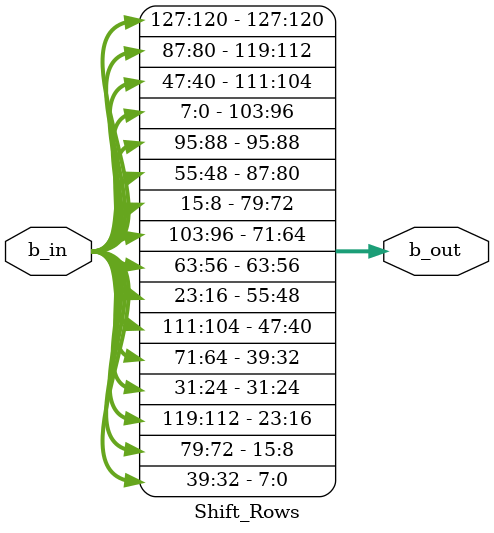
<source format=v>
module Shift_Rows(b_in,b_out);
	
	input [127:0] b_in;
	output  [127:0] b_out;

    assign b_out[127:120]=b_in[127:120];
	 assign b_out[119:112]=b_in[87:80];
	 assign b_out[111:104]=b_in[47:40];
	 assign b_out[103:96]=b_in[7:0];
	 
	 assign b_out[95:88]=b_in[95:88];	 
	 assign b_out[87:80]=b_in[55:48];	 
	 assign b_out[79:72]=b_in[15:8];	 
	 assign b_out[71:64]=b_in[103:96];
	 
	 assign b_out[63:56]=b_in[63:56];	 
	 assign b_out[55:48]=b_in[23:16];	 
	 assign b_out[47:40]=b_in[111:104];	 
	 assign b_out[39:32]=b_in[71:64];
	 
	 assign b_out[31:24]=b_in[31:24];	 
	 assign b_out[23:16]=b_in[119:112];	 
	 assign b_out[15:8]=b_in[79:72];	 
	 assign b_out[7:0]=b_in[39:32];
	 
endmodule

</source>
